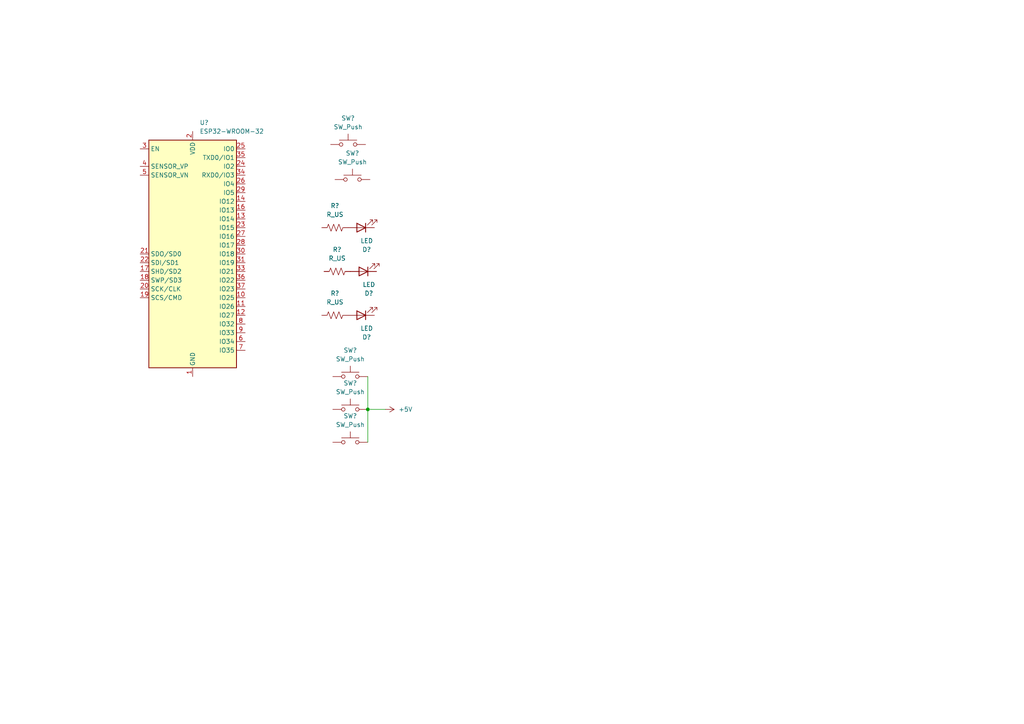
<source format=kicad_sch>
(kicad_sch (version 20211123) (generator eeschema)
  (paper "A4")
  (lib_symbols
    (symbol "Device:LED" (pin_numbers hide) (pin_names (offset 1.016) hide)
      (property "Reference" "D" (at 0 2.54 0))
      (property "Value" "LED" (at 0 -2.54 0))
      (symbol "LED_0_1"
        (polyline (pts (xy -1.27 -1.27) (xy -1.27 1.27)) (stroke (width 0.254)))
        (polyline (pts (xy -1.27 0) (xy 1.27 0)))
        (polyline (pts (xy 1.27 -1.27) (xy 1.27 1.27) (xy -1.27 0) (xy 1.27 -1.27)) (stroke (width 0.254)))
        (polyline (pts (xy -3.048 -0.762) (xy -4.572 -2.286) (xy -3.81 -2.286) (xy -4.572 -2.286) (xy -4.572 -1.524)))
        (polyline (pts (xy -1.778 -0.762) (xy -3.302 -2.286) (xy -2.54 -2.286) (xy -3.302 -2.286) (xy -3.302 -1.524)))
      )
      (symbol "LED_1_1"
        (pin passive line (at -3.81 0 0) (length 2.54) (name "K") (number "1"))
        (pin passive line (at 3.81 0 180) (length 2.54) (name "A") (number "2"))
      )
    )
    (symbol "Device:R_US" (pin_numbers hide) (pin_names (offset 0))
      (property "Reference" "R" (at 2.54 0 90))
      (property "Value" "R_US" (at -2.54 0 90))
      (symbol "R_US_0_1"
        (polyline (pts (xy 0 -2.286) (xy 0 -2.54)))
        (polyline (pts (xy 0 2.286) (xy 0 2.54)))
        (polyline (pts (xy 0 -0.762) (xy 1.016 -1.143) (xy 0 -1.524) (xy -1.016 -1.905) (xy 0 -2.286)))
        (polyline (pts (xy 0 0.762) (xy 1.016 0.381) (xy 0 0) (xy -1.016 -0.381) (xy 0 -0.762)))
        (polyline (pts (xy 0 2.286) (xy 1.016 1.905) (xy 0 1.524) (xy -1.016 1.143) (xy 0 0.762)))
      )
      (symbol "R_US_1_1"
        (pin passive line (at 0 3.81 270) (length 1.27) (name "~") (number "1"))
        (pin passive line (at 0 -3.81 90) (length 1.27) (name "~") (number "2"))
      )
    )
    (symbol "RF_Module:ESP32-WROOM-32"
      (property "Reference" "U" (at -12.7 34.29 0))
      (property "Value" "ESP32-WROOM-32" (at 1.27 34.29 0))
      (symbol "ESP32-WROOM-32_0_1"
        (rectangle (start -12.7 33.02) (end 12.7 -33.02) (stroke (width 0.254)) (fill (type background)))
      )
      (symbol "ESP32-WROOM-32_1_1"
        (pin power_in line (at 0 -35.56 90) (length 2.54) (name "GND") (number "1"))
        (pin bidirectional line (at 15.24 -12.7 180) (length 2.54) (name "IO25") (number "10"))
        (pin bidirectional line (at 15.24 -15.24 180) (length 2.54) (name "IO26") (number "11"))
        (pin bidirectional line (at 15.24 -17.78 180) (length 2.54) (name "IO27") (number "12"))
        (pin bidirectional line (at 15.24 10.16 180) (length 2.54) (name "IO14") (number "13"))
        (pin bidirectional line (at 15.24 15.24 180) (length 2.54) (name "IO12") (number "14"))
        (pin passive line (at 0 -35.56 90) (length 2.54) hide (name "GND") (number "15"))
        (pin bidirectional line (at 15.24 12.7 180) (length 2.54) (name "IO13") (number "16"))
        (pin bidirectional line (at -15.24 -5.08 0) (length 2.54) (name "SHD/SD2") (number "17"))
        (pin bidirectional line (at -15.24 -7.62 0) (length 2.54) (name "SWP/SD3") (number "18"))
        (pin bidirectional line (at -15.24 -12.7 0) (length 2.54) (name "SCS/CMD") (number "19"))
        (pin power_in line (at 0 35.56 270) (length 2.54) (name "VDD") (number "2"))
        (pin bidirectional line (at -15.24 -10.16 0) (length 2.54) (name "SCK/CLK") (number "20"))
        (pin bidirectional line (at -15.24 0 0) (length 2.54) (name "SDO/SD0") (number "21"))
        (pin bidirectional line (at -15.24 -2.54 0) (length 2.54) (name "SDI/SD1") (number "22"))
        (pin bidirectional line (at 15.24 7.62 180) (length 2.54) (name "IO15") (number "23"))
        (pin bidirectional line (at 15.24 25.4 180) (length 2.54) (name "IO2") (number "24"))
        (pin bidirectional line (at 15.24 30.48 180) (length 2.54) (name "IO0") (number "25"))
        (pin bidirectional line (at 15.24 20.32 180) (length 2.54) (name "IO4") (number "26"))
        (pin bidirectional line (at 15.24 5.08 180) (length 2.54) (name "IO16") (number "27"))
        (pin bidirectional line (at 15.24 2.54 180) (length 2.54) (name "IO17") (number "28"))
        (pin bidirectional line (at 15.24 17.78 180) (length 2.54) (name "IO5") (number "29"))
        (pin input line (at -15.24 30.48 0) (length 2.54) (name "EN") (number "3"))
        (pin bidirectional line (at 15.24 0 180) (length 2.54) (name "IO18") (number "30"))
        (pin bidirectional line (at 15.24 -2.54 180) (length 2.54) (name "IO19") (number "31"))
        (pin no_connect line (at -12.7 -27.94 0) (length 2.54) hide (name "NC") (number "32"))
        (pin bidirectional line (at 15.24 -5.08 180) (length 2.54) (name "IO21") (number "33"))
        (pin bidirectional line (at 15.24 22.86 180) (length 2.54) (name "RXD0/IO3") (number "34"))
        (pin bidirectional line (at 15.24 27.94 180) (length 2.54) (name "TXD0/IO1") (number "35"))
        (pin bidirectional line (at 15.24 -7.62 180) (length 2.54) (name "IO22") (number "36"))
        (pin bidirectional line (at 15.24 -10.16 180) (length 2.54) (name "IO23") (number "37"))
        (pin passive line (at 0 -35.56 90) (length 2.54) hide (name "GND") (number "38"))
        (pin passive line (at 0 -35.56 90) (length 2.54) hide (name "GND") (number "39"))
        (pin input line (at -15.24 25.4 0) (length 2.54) (name "SENSOR_VP") (number "4"))
        (pin input line (at -15.24 22.86 0) (length 2.54) (name "SENSOR_VN") (number "5"))
        (pin input line (at 15.24 -25.4 180) (length 2.54) (name "IO34") (number "6"))
        (pin input line (at 15.24 -27.94 180) (length 2.54) (name "IO35") (number "7"))
        (pin bidirectional line (at 15.24 -20.32 180) (length 2.54) (name "IO32") (number "8"))
        (pin bidirectional line (at 15.24 -22.86 180) (length 2.54) (name "IO33") (number "9"))
      )
    )
    (symbol "Switch:SW_Push" (pin_numbers hide) (pin_names (offset 1.016) hide)
      (property "Reference" "SW" (at 1.27 2.54 0))
      (property "Value" "SW_Push" (at 0 -1.524 0))
      (symbol "SW_Push_0_1"
        (circle (center -2.032 0) (radius 0.508))
        (polyline (pts (xy 0 1.27) (xy 0 3.048)))
        (polyline (pts (xy 2.54 1.27) (xy -2.54 1.27)))
        (circle (center 2.032 0) (radius 0.508))
        (pin passive line (at -5.08 0 0) (length 2.54) (name "1") (number "1"))
        (pin passive line (at 5.08 0 180) (length 2.54) (name "2") (number "2"))
      )
    )
    (symbol "power:+5V" (power) (pin_names (offset 0))
      (property "Value" "+5V" (at 0 3.556 0))
      (symbol "+5V_0_1"
        (polyline (pts (xy -0.762 1.27) (xy 0 2.54)))
        (polyline (pts (xy 0 0) (xy 0 2.54)))
        (polyline (pts (xy 0 2.54) (xy 0.762 1.27)))
      )
      (symbol "+5V_1_1"
        (pin power_in line (at 0 0 90) (length 0) hide (name "+5V") (number "1"))
      )
    )
  )
  (junction (at 106.68 118.745))
  (wire (pts (xy 106.68 109.22) (xy 106.68 118.745)))
  (wire (pts (xy 107.315 118.745) (xy 111.76 118.745)))
  (wire (pts (xy 106.68 118.745) (xy 106.68 128.27)))
  (symbol (lib_id "power:+5V") (at 111.76 118.745 270) (unit 1)
    (property "Reference" "#PWR?" (effects hide))
    (property "Value" "+5V" (at 115.57 118.7449 90) (effects (justify left)))
  )
  (symbol (lib_id "Switch:SW_Push") (at 101.6 109.22 0) (unit 1)
    (property "Reference" "SW?" (at 101.6 101.6 0))
    (property "Value" "SW_Push" (at 101.6 104.14 0))
  )
  (symbol (lib_id "Device:R_US") (at 97.79 78.74 90) (unit 1)
    (property "Reference" "R?" (at 97.79 72.39 90))
    (property "Value" "R_US" (at 97.79 74.93 90))
  )
  (symbol (lib_id "Device:LED") (at 104.775 91.44 180) (unit 1)
    (property "Reference" "D?" (at 106.3625 97.79 0))
    (property "Value" "LED" (at 106.3625 95.25 0))
  )
  (symbol (lib_id "Device:R_US") (at 97.155 91.44 90) (unit 1)
    (property "Reference" "R?" (at 97.155 85.09 90))
    (property "Value" "R_US" (at 97.155 87.63 90))
  )
  (symbol (lib_id "Switch:SW_Push") (at 102.235 52.07 0) (unit 1)
    (property "Reference" "SW?" (at 102.235 44.45 0))
    (property "Value" "SW_Push" (at 102.235 46.99 0))
  )
  (symbol (lib_id "Switch:SW_Push") (at 100.965 41.91 0) (unit 1)
    (property "Reference" "SW?" (at 100.965 34.29 0))
    (property "Value" "SW_Push" (at 100.965 36.83 0))
  )
  (symbol (lib_id "Device:LED") (at 105.41 78.74 180) (unit 1)
    (property "Reference" "D?" (at 106.9975 85.09 0))
    (property "Value" "LED" (at 106.9975 82.55 0))
  )
  (symbol (lib_id "Device:LED") (at 104.775 66.04 180) (unit 1)
    (property "Reference" "D?" (at 106.3625 72.39 0))
    (property "Value" "LED" (at 106.3625 69.85 0))
  )
  (symbol (lib_id "Switch:SW_Push") (at 101.6 118.745 0) (unit 1)
    (property "Reference" "SW?" (at 101.6 111.125 0))
    (property "Value" "SW_Push" (at 101.6 113.665 0))
  )
  (symbol (lib_id "Switch:SW_Push") (at 101.6 128.27 0) (unit 1)
    (property "Reference" "SW?" (at 101.6 120.65 0))
    (property "Value" "SW_Push" (at 101.6 123.19 0))
  )
  (symbol (lib_id "RF_Module:ESP32-WROOM-32") (at 55.88 73.66 0) (unit 1)
    (property "Reference" "U?" (at 57.8994 35.56 0) (effects (justify left)))
    (property "Value" "ESP32-WROOM-32" (at 57.8994 38.1 0) (effects (justify left)))
    (property "Footprint" "RF_Module:ESP32-WROOM-32" (effects hide))
    (property "Datasheet" "https://www.espressif.com/sites/default/files/documentation/esp32-wroom-32_datasheet_en.pdf" (effects hide))
  )
  (symbol (lib_id "Device:R_US") (at 97.155 66.04 90) (unit 1)
    (property "Reference" "R?" (at 97.155 59.69 90))
    (property "Value" "R_US" (at 97.155 62.23 90))
  )
)
</source>
